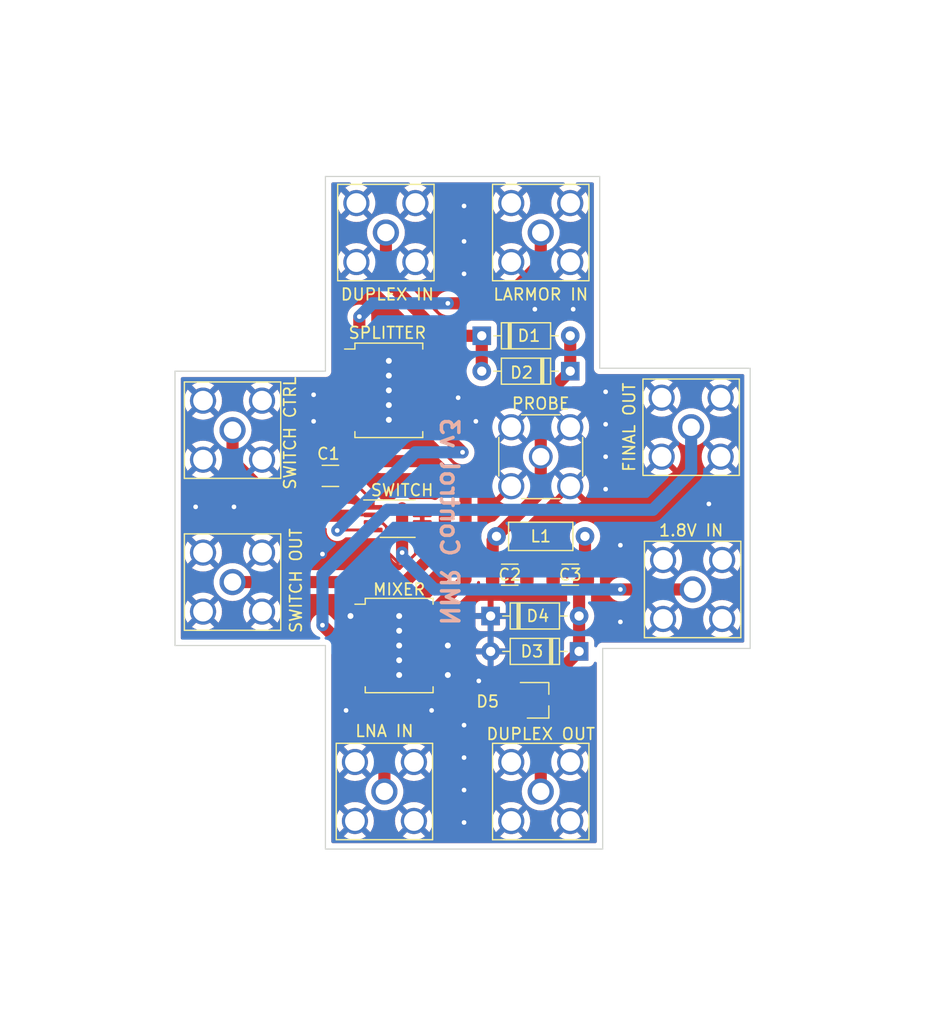
<source format=kicad_pcb>
(kicad_pcb (version 20211014) (generator pcbnew)
  (layers (0 "F.Cu" signal) (31 "B.Cu" signal) (34 "B.Paste" user) (35 "F.Paste" user) (36 "B.SilkS" user "B.Silkscreen") (37 "F.SilkS" user "F.Silkscreen") (38 "B.Mask" user) (39 "F.Mask" user) (44 "Edge.Cuts" user))
  (net 0 "")
  (net 1 "GND")
  (net 2 "Net-(C1-Pad2)")
  (net 3 "Net-(C2-Pad1)")
  (net 4 "Net-(C3-Pad1)")
  (net 5 "Net-(D1-Pad1)")
  (net 6 "Net-(J1-Pad1)")
  (net 7 "Net-(J2-Pad1)")
  (net 8 "Net-(J3-Pad1)")
  (net 9 "Net-(J4-Pad1)")
  (net 10 "Net-(J5-Pad1)")
  (net 12 "Net-(U1-Pad3)")
  (net 13 "Net-(U1-Pad4)")
  (footprint "Diode_THT:D_DO-35_SOD27_P7.62mm_Horizontal" (layer "F.Cu") (at 113.538 120.904)
    (fp_text reference "D4" (at 4.064 0) (layer "F.SilkS"))
    (fp_text value "1N4148")
    (fp_line (start 5.93 -1.12) (end 1.69 -1.12) (layer "F.SilkS") (width 0.12))
    (fp_line (start 2.41 -1.12) (end 2.41 1.12) (layer "F.SilkS") (width 0.12))
    (fp_line (start 1.04 0) (end 1.69 0) (layer "F.SilkS") (width 0.12))
    (fp_line (start 2.53 -1.12) (end 2.53 1.12) (layer "F.SilkS") (width 0.12))
    (fp_line (start 5.93 1.12) (end 5.93 -1.12) (layer "F.SilkS") (width 0.12))
    (fp_line (start 1.69 1.12) (end 5.93 1.12) (layer "F.SilkS") (width 0.12))
    (fp_line (start 6.58 0) (end 5.93 0) (layer "F.SilkS") (width 0.12))
    (fp_line (start 2.29 -1.12) (end 2.29 1.12) (layer "F.SilkS") (width 0.12))
    (fp_line (start 1.69 -1.12) (end 1.69 1.12) (layer "F.SilkS") (width 0.12))
    (pad "1" thru_hole rect (at 0 0) (size 1.6 1.6) (drill 0.8) (layers *.Cu *.Mask) (net 1 "GND"))
    (pad "2" thru_hole oval (at 7.62 0) (size 1.6 1.6) (drill 0.8) (layers *.Cu *.Mask) (net 4 "Net-(C3-Pad1)"))
  )
  (footprint "Connector_Coaxial:SMA_Amphenol_132203-12_Horizontal" (layer "F.Cu") (at 117.856 87.887)
    (fp_text reference "LARMOR IN" (at 0 5.331 180) (layer "F.SilkS"))
    (fp_text value "Conn_Coaxial")
    (fp_line (start -4.15 -4.15) (end -4.15 4.15) (layer "F.SilkS") (width 0.12))
    (fp_line (start 4.15 -4.15) (end 4.15 4.15) (layer "F.SilkS") (width 0.12))
    (fp_line (start -4.15 4.15) (end 4.15 4.15) (layer "F.SilkS") (width 0.12))
    (fp_line (start -4.15 -4.15) (end 4.15 -4.15) (layer "F.SilkS") (width 0.12))
    (pad "1" thru_hole circle (at 0 0) (size 2.25 2.25) (drill 1.5) (layers *.Cu *.Mask) (net 6 "Net-(J1-Pad1)"))
    (pad "2" thru_hole circle (at 2.54 2.54 90) (size 2.25 2.25) (drill 1.7) (layers *.Cu *.Mask) (net 1 "GND"))
    (pad "2" thru_hole circle (at 2.54 -2.54) (size 2.25 2.25) (drill 1.7) (layers *.Cu *.Mask) (net 1 "GND"))
    (pad "2" thru_hole circle (at -2.54 2.54) (size 2.25 2.25) (drill 1.7) (layers *.Cu *.Mask) (net 1 "GND"))
    (pad "2" thru_hole circle (at -2.54 -2.54) (size 2.25 2.25) (drill 1.7) (layers *.Cu *.Mask) (net 1 "GND"))
  )
  (footprint "RF_Mini-Circuits:Mini-Circuits_CD636_LandPatternPL-035" (layer "F.Cu") (at 104.775 101.473)
    (fp_text reference "SPLITTER" (at -0.127 -4.953) (layer "F.SilkS"))
    (fp_text value "ADP-2-1W")
    (fp_line (start -2.921 4.064) (end 2.921 4.064) (layer "F.SilkS") (width 0.12))
    (fp_line (start -2.921 -4.064) (end -2.921 -3.556) (layer "F.SilkS") (width 0.12))
    (fp_line (start 2.921 -3.556) (end 2.921 -4.064) (layer "F.SilkS") (width 0.12))
    (fp_line (start -2.921 -3.556) (end -3.81 -3.556) (layer "F.SilkS") (width 0.12))
    (fp_line (start -2.921 3.556) (end -2.921 4.064) (layer "F.SilkS") (width 0.12))
    (fp_line (start 2.921 -4.064) (end -2.921 -4.064) (layer "F.SilkS") (width 0.12))
    (fp_line (start 2.921 4.064) (end 2.921 3.556) (layer "F.SilkS") (width 0.12))
    (pad "1" smd rect (at -2.54 -2.54 270) (size 1.651 2.54) (layers "F.Cu" "F.Paste" "F.Mask") (net 6 "Net-(J1-Pad1)") (clearance 0.635))
    (pad "2" smd rect (at -2.54 0 270) (size 1.651 2.54) (layers "F.Cu" "F.Paste" "F.Mask") (clearance 0.635))
    (pad "3" smd rect (at -2.54 2.54 270) (size 1.651 2.54) (layers "F.Cu" "F.Paste" "F.Mask") (net 12 "Net-(U1-Pad3)") (clearance 0.635))
    (pad "4" smd rect (at 2.54 2.54 270) (size 1.651 2.54) (layers "F.Cu" "F.Paste" "F.Mask") (net 13 "Net-(U1-Pad4)") (clearance 0.635))
    (pad "5" smd rect (at 2.54 0 270) (size 1.651 2.54) (layers "F.Cu" "F.Paste" "F.Mask") (clearance 0.635))
    (pad "6" thru_hole circle (at 0 -2.54 270) (size 1.016 1.016) (drill 0.508) (layers *.Cu) (net 1 "GND"))
    (pad "6" thru_hole circle (at 0 0 270) (size 1.016 1.016) (drill 0.508) (layers *.Cu) (net 1 "GND"))
    (pad "6" thru_hole circle (at 0 -1.27 270) (size 1.016 1.016) (drill 0.508) (layers *.Cu) (net 1 "GND"))
    (pad "6" smd rect (at 0.9525 -2.54 270) (size 1.651 0.635) (layers "F.Cu") (net 1 "GND"))
    (pad "6" smd rect (at 0 0 270) (size 6.731 1.27) (layers "F.Cu") (net 1 "GND"))
    (pad "6" thru_hole circle (at 0 1.27 270) (size 1.016 1.016) (drill 0.508) (layers *.Cu) (net 1 "GND"))
    (pad "6" thru_hole circle (at 0 2.54 270) (size 1.016 1.016) (drill 0.508) (layers *.Cu) (net 1 "GND"))
    (pad "6" smd rect (at 2.54 -2.54 270) (size 1.651 2.54) (layers "F.Cu" "F.Paste" "F.Mask") (net 1 "GND"))
  )
  (footprint "Connector_Coaxial:SMA_Amphenol_132203-12_Horizontal" (layer "F.Cu") (at 104.521 87.887)
    (fp_text reference "DUPLEX IN" (at 0.127 5.331) (layer "F.SilkS"))
    (fp_text value "Conn_Coaxial")
    (fp_line (start -4.15 -4.15) (end -4.15 4.15) (layer "F.SilkS") (width 0.12))
    (fp_line (start -4.15 -4.15) (end 4.15 -4.15) (layer "F.SilkS") (width 0.12))
    (fp_line (start -4.15 4.15) (end 4.15 4.15) (layer "F.SilkS") (width 0.12))
    (fp_line (start 4.15 -4.15) (end 4.15 4.15) (layer "F.SilkS") (width 0.12))
    (pad "1" thru_hole circle (at 0 0) (size 2.25 2.25) (drill 1.5) (layers *.Cu *.Mask) (net 5 "Net-(D1-Pad1)"))
    (pad "2" thru_hole circle (at -2.54 2.54) (size 2.25 2.25) (drill 1.7) (layers *.Cu *.Mask) (net 1 "GND"))
    (pad "2" thru_hole circle (at -2.54 -2.54) (size 2.25 2.25) (drill 1.7) (layers *.Cu *.Mask) (net 1 "GND"))
    (pad "2" thru_hole circle (at 2.54 2.54 90) (size 2.25 2.25) (drill 1.7) (layers *.Cu *.Mask) (net 1 "GND"))
    (pad "2" thru_hole circle (at 2.54 -2.54) (size 2.25 2.25) (drill 1.7) (layers *.Cu *.Mask) (net 1 "GND"))
  )
  (footprint "Connector_Coaxial:SMA_Amphenol_132203-12_Horizontal" (layer "F.Cu") (at 130.934 118.618 -90)
    (fp_text reference "1.8V IN" (at -5.08 0.124 180) (layer "F.SilkS"))
    (fp_text value "Conn_Coaxial")
    (fp_line (start -4.15 4.15) (end 4.15 4.15) (layer "F.SilkS") (width 0.12))
    (fp_line (start -4.15 -4.15) (end -4.15 4.15) (layer "F.SilkS") (width 0.12))
    (fp_line (start -4.15 -4.15) (end 4.15 -4.15) (layer "F.SilkS") (width 0.12))
    (fp_line (start 4.15 -4.15) (end 4.15 4.15) (layer "F.SilkS") (width 0.12))
    (pad "1" thru_hole circle (at 0 0 270) (size 2.25 2.25) (drill 1.5) (layers *.Cu *.Mask) (net 2 "Net-(C1-Pad2)"))
    (pad "2" thru_hole circle (at 2.54 -2.54 270) (size 2.25 2.25) (drill 1.7) (layers *.Cu *.Mask) (net 1 "GND"))
    (pad "2" thru_hole circle (at -2.54 2.54 270) (size 2.25 2.25) (drill 1.7) (layers *.Cu *.Mask) (net 1 "GND"))
    (pad "2" thru_hole circle (at -2.54 -2.54 270) (size 2.25 2.25) (drill 1.7) (layers *.Cu *.Mask) (net 1 "GND"))
    (pad "2" thru_hole circle (at 2.54 2.54) (size 2.25 2.25) (drill 1.7) (layers *.Cu *.Mask) (net 1 "GND"))
  )
  (footprint "Diode_THT:D_DO-35_SOD27_P7.62mm_Horizontal" (layer "F.Cu") (at 121.158 123.952 180)
    (fp_text reference "D3" (at 4.064 0) (layer "F.SilkS"))
    (fp_text value "1N4148")
    (fp_line (start 2.29 -1.12) (end 2.29 1.12) (layer "F.SilkS") (width 0.12))
    (fp_line (start 6.58 0) (end 5.93 0) (layer "F.SilkS") (width 0.12))
    (fp_line (start 1.69 -1.12) (end 1.69 1.12) (layer "F.SilkS") (width 0.12))
    (fp_line (start 5.93 1.12) (end 5.93 -1.12) (layer "F.SilkS") (width 0.12))
    (fp_line (start 2.53 -1.12) (end 2.53 1.12) (layer "F.SilkS") (width 0.12))
    (fp_line (start 2.41 -1.12) (end 2.41 1.12) (layer "F.SilkS") (width 0.12))
    (fp_line (start 1.69 1.12) (end 5.93 1.12) (layer "F.SilkS") (width 0.12))
    (fp_line (start 1.04 0) (end 1.69 0) (layer "F.SilkS") (width 0.12))
    (fp_line (start 5.93 -1.12) (end 1.69 -1.12) (layer "F.SilkS") (width 0.12))
    (pad "1" thru_hole rect (at 0 0 180) (size 1.6 1.6) (drill 0.8) (layers *.Cu *.Mask) (net 4 "Net-(C3-Pad1)"))
    (pad "2" thru_hole oval (at 7.62 0 180) (size 1.6 1.6) (drill 0.8) (layers *.Cu *.Mask) (net 1 "GND"))
  )
  (footprint "Capacitor_SMD:C_1206_3216Metric" (layer "F.Cu") (at 99.744 108.839)
    (fp_text reference "C1" (at -0.176 -1.905 180) (layer "F.SilkS"))
    (fp_text value "0.1 uF")
    (fp_line (start -0.711252 0.91) (end 0.711252 0.91) (layer "F.SilkS") (width 0.12))
    (fp_line (start -0.711252 -0.91) (end 0.711252 -0.91) (layer "F.SilkS") (width 0.12))
    (pad "1" smd roundrect (at -1.475 0) (size 1.15 1.8) (layers "F.Cu" "F.Paste" "F.Mask") (roundrect_rratio 0.2173913043) (net 1 "GND"))
    (pad "2" smd roundrect (at 1.475 0) (size 1.15 1.8) (layers "F.Cu" "F.Paste" "F.Mask") (roundrect_rratio 0.2173913043) (net 2 "Net-(C1-Pad2)"))
  )
  (footprint "Inductor_THT:L_Axial_L5.3mm_D2.2mm_P7.62mm_Horizontal_Vishay_IM-1" (layer "F.Cu") (at 114.046 114.046)
    (fp_text reference "L1" (at 3.81 0) (layer "F.SilkS"))
    (fp_text value "INDUCTOR")
    (fp_line (start 6.58 1.22) (end 6.58 -1.22) (layer "F.SilkS") (width 0.12))
    (fp_line (start 1.04 1.22) (end 6.58 1.22) (layer "F.SilkS") (width 0.12))
    (fp_line (start 1.04 -1.22) (end 1.04 1.22) (layer "F.SilkS") (width 0.12))
    (fp_line (start 6.58 -1.22) (end 1.04 -1.22) (layer "F.SilkS") (width 0.12))
    (pad "1" thru_hole circle (at 0 0) (size 1.6 1.6) (drill 0.8) (layers *.Cu *.Mask) (net 3 "Net-(C2-Pad1)"))
    (pad "2" thru_hole oval (at 7.62 0) (size 1.6 1.6) (drill 0.8) (layers *.Cu *.Mask) (net 4 "Net-(C3-Pad1)"))
  )
  (footprint "Diode_THT:D_DO-35_SOD27_P7.62mm_Horizontal" (layer "F.Cu") (at 112.776 96.774)
    (fp_text reference "D1" (at 4.064 0) (layer "F.SilkS"))
    (fp_text value "1N4148")
    (fp_line (start 1.69 -1.12) (end 1.69 1.12) (layer "F.SilkS") (width 0.12))
    (fp_line (start 2.41 -1.12) (end 2.41 1.12) (layer "F.SilkS") (width 0.12))
    (fp_line (start 6.58 0) (end 5.93 0) (layer "F.SilkS") (width 0.12))
    (fp_line (start 5.93 -1.12) (end 1.69 -1.12) (layer "F.SilkS") (width 0.12))
    (fp_line (start 1.04 0) (end 1.69 0) (layer "F.SilkS") (width 0.12))
    (fp_line (start 1.69 1.12) (end 5.93 1.12) (layer "F.SilkS") (width 0.12))
    (fp_line (start 2.53 -1.12) (end 2.53 1.12) (layer "F.SilkS") (width 0.12))
    (fp_line (start 5.93 1.12) (end 5.93 -1.12) (layer "F.SilkS") (width 0.12))
    (fp_line (start 2.29 -1.12) (end 2.29 1.12) (layer "F.SilkS") (width 0.12))
    (pad "1" thru_hole rect (at 0 0) (size 1.6 1.6) (drill 0.8) (layers *.Cu *.Mask) (net 5 "Net-(D1-Pad1)"))
    (pad "2" thru_hole oval (at 7.62 0) (size 1.6 1.6) (drill 0.8) (layers *.Cu *.Mask) (net 3 "Net-(C2-Pad1)"))
  )
  (footprint "Connector_Coaxial:SMA_Amphenol_132203-12_Horizontal" (layer "F.Cu") (at 91.316 104.902 90)
    (fp_text reference "SWITCH CTRL" (at -0.254 4.95 90) (layer "F.SilkS"))
    (fp_text value "Conn_Coaxial")
    (fp_line (start 4.15 -4.15) (end 4.15 4.15) (layer "F.SilkS") (width 0.12))
    (fp_line (start -4.15 -4.15) (end 4.15 -4.15) (layer "F.SilkS") (width 0.12))
    (fp_line (start -4.15 -4.15) (end -4.15 4.15) (layer "F.SilkS") (width 0.12))
    (fp_line (start -4.15 4.15) (end 4.15 4.15) (layer "F.SilkS") (width 0.12))
    (pad "1" thru_hole circle (at 0 0 90) (size 2.25 2.25) (drill 1.5) (layers *.Cu *.Mask) (net 7 "Net-(J2-Pad1)"))
    (pad "2" thru_hole circle (at 2.54 2.54 180) (size 2.25 2.25) (drill 1.7) (layers *.Cu *.Mask) (net 1 "GND"))
    (pad "2" thru_hole circle (at 2.54 -2.54 90) (size 2.25 2.25) (drill 1.7) (layers *.Cu *.Mask) (net 1 "GND"))
    (pad "2" thru_hole circle (at -2.54 -2.54 90) (size 2.25 2.25) (drill 1.7) (layers *.Cu *.Mask) (net 1 "GND"))
    (pad "2" thru_hole circle (at -2.54 2.54 90) (size 2.25 2.25) (drill 1.7) (layers *.Cu *.Mask) (net 1 "GND"))
  )
  (footprint "Diode_THT:D_DO-35_SOD27_P7.62mm_Horizontal" (layer "F.Cu") (at 120.396 99.822 180)
    (fp_text reference "D2" (at 4.191 -0.127) (layer "F.SilkS"))
    (fp_text value "1N4148")
    (fp_line (start 1.69 -1.12) (end 1.69 1.12) (layer "F.SilkS") (width 0.12))
    (fp_line (start 6.58 0) (end 5.93 0) (layer "F.SilkS") (width 0.12))
    (fp_line (start 2.41 -1.12) (end 2.41 1.12) (layer "F.SilkS") (width 0.12))
    (fp_line (start 5.93 -1.12) (end 1.69 -1.12) (layer "F.SilkS") (width 0.12))
    (fp_line (start 1.04 0) (end 1.69 0) (layer "F.SilkS") (width 0.12))
    (fp_line (start 5.93 1.12) (end 5.93 -1.12) (layer "F.SilkS") (width 0.12))
    (fp_line (start 1.69 1.12) (end 5.93 1.12) (layer "F.SilkS") (width 0.12))
    (fp_line (start 2.53 -1.12) (end 2.53 1.12) (layer "F.SilkS") (width 0.12))
    (fp_line (start 2.29 -1.12) (end 2.29 1.12) (layer "F.SilkS") (width 0.12))
    (pad "1" thru_hole rect (at 0 0 180) (size 1.6 1.6) (drill 0.8) (layers *.Cu *.Mask) (net 3 "Net-(C2-Pad1)"))
    (pad "2" thru_hole oval (at 7.62 0 180) (size 1.6 1.6) (drill 0.8) (layers *.Cu *.Mask) (net 5 "Net-(D1-Pad1)"))
  )
  (footprint "RF_Mini-Circuits:Mini-Circuits_CD542_LandPatternPL-052" (layer "F.Cu") (at 105.664 123.444)
    (fp_text reference "MIXER" (at 0 -4.826) (layer "F.SilkS"))
    (fp_text value "ADE-6")
    (fp_line (start -2.921 -4.064) (end -2.921 -3.556) (layer "F.SilkS") (width 0.12))
    (fp_line (start 2.921 -4.064) (end -2.921 -4.064) (layer "F.SilkS") (width 0.12))
    (fp_line (start -2.921 3.556) (end -2.921 4.064) (layer "F.SilkS") (width 0.12))
    (fp_line (start -2.921 4.064) (end 2.921 4.064) (layer "F.SilkS") (width 0.12))
    (fp_line (start -2.921 -3.556) (end -3.81 -3.556) (layer "F.SilkS") (width 0.12))
    (fp_line (start 2.921 4.064) (end 2.921 3.556) (layer "F.SilkS") (width 0.12))
    (fp_line (start 2.921 -3.556) (end 2.921 -4.064) (layer "F.SilkS") (width 0.12))
    (pad "1" smd rect (at 0 0) (size 1.27 6.731) (layers "F.Cu") (net 1 "GND"))
    (pad "1" thru_hole circle (at 0 2.54) (size 1.016 1.016) (drill 0.508) (layers *.Cu) (net 1 "GND"))
    (pad "1" thru_hole circle (at 0 1.27) (size 1.016 1.016) (drill 0.508) (layers *.Cu) (net 1 "GND"))
    (pad "1" thru_hole circle (at -4.191 -2.54) (size 1.016 1.016) (drill 0.508) (layers *.Cu) (net 1 "GND"))
    (pad "1" thru_hole circle (at 0 -2.54) (size 1.016 1.016) (drill 0.508) (layers *.Cu) (net 1 "GND"))
    (pad "1" smd rect (at -2.032 -2.54) (size 5.334 1.651) (layers "F.Cu") (net 1 "GND"))
    (pad "1" thru_hole circle (at 0 -1.27) (size 1.016 1.016) (drill 0.508) (layers *.Cu) (net 1 "GND"))
    (pad "1" smd rect (at -2.54 -2.54) (size 2.54 1.651) (layers "F.Cu" "F.Paste" "F.Mask") (net 1 "GND"))
    (pad "1" thru_hole circle (at 0 0) (size 1.016 1.016) (drill 0.508) (layers *.Cu) (net 1 "GND"))
    (pad "2" smd rect (at -2.54 0) (size 2.54 1.651) (layers "F.Cu" "F.Paste" "F.Mask") (net 9 "Net-(J4-Pad1)") (clearance 0.635))
    (pad "3" smd rect (at -2.54 2.54) (size 2.54 1.651) (layers "F.Cu" "F.Paste" "F.Mask") (net 8 "Net-(J3-Pad1)") (clearance 0.635))
    (pad "4" thru_hole circle (at 4.191 2.54) (size 1.016 1.016) (drill 0.508) (layers *.Cu) (net 1 "GND"))
    (pad "4" smd rect (at 2.54 2.54) (size 2.54 1.651) (layers "F.Cu" "F.Paste" "F.Mask") (net 1 "GND"))
    (pad "4" smd rect (at 2.032 1.27) (size 5.334 4.191) (layers "F.Cu") (net 1 "GND"))
    (pad "5" smd rect (at 2.54 0) (size 2.54 1.651) (layers "F.Cu" "F.Paste" "F.Mask") (net 1 "GND"))
    (pad "5" thru_hole circle (at 4.191 0) (size 1.016 1.016) (drill 0.508) (layers *.Cu) (net 1 "GND"))
    (pad "6" smd rect (at 2.54 -2.54) (size 2.54 1.651) (layers "F.Cu" "F.Paste" "F.Mask") (net 12 "Net-(U1-Pad3)") (clearance 0.635))
  )
  (footprint "Package_TO_SOT_SMD:TSOT-23_HandSoldering" (layer "F.Cu") (at 117.602 128.143)
    (fp_text reference "D5" (at -4.318 0.127) (layer "F.SilkS"))
    (fp_text value "D_Schottky_Dual_Series_AKC")
    (fp_line (start 0.95 -1.5) (end 0.95 -0.5) (layer "F.SilkS") (width 0.12))
    (fp_line (start 0.95 0.5) (end 0.95 1.55) (layer "F.SilkS") (width 0.12))
    (fp_line (start 0.93 -1.51) (end -1.5 -1.51) (layer "F.SilkS") (width 0.12))
    (fp_line (start 0.95 1.55) (end -0.9 1.55) (layer "F.SilkS") (width 0.12))
    (pad "1" smd rect (at -1.71 -0.95) (size 2 0.65) (layers "F.Cu" "F.Paste" "F.Mask") (net 1 "GND"))
    (pad "2" smd rect (at -1.71 0.95) (size 2 0.65) (layers "F.Cu" "F.Paste" "F.Mask") (net 1 "GND"))
    (pad "3" smd rect (at 1.71 0) (size 2 0.65) (layers "F.Cu" "F.Paste" "F.Mask") (net 4 "Net-(C3-Pad1)"))
  )
  (footprint "Connector_Coaxial:SMA_Amphenol_132203-12_Horizontal" (layer "F.Cu") (at 130.807 104.648 -90)
    (fp_text reference "FINAL OUT" (at 0 5.331 90) (layer "F.SilkS"))
    (fp_text value "Conn_Coaxial")
    (fp_line (start -4.15 -4.15) (end -4.15 4.15) (layer "F.SilkS") (width 0.12))
    (fp_line (start -4.15 -4.15) (end 4.15 -4.15) (layer "F.SilkS") (width 0.12))
    (fp_line (start -4.15 4.15) (end 4.15 4.15) (layer "F.SilkS") (width 0.12))
    (fp_line (start 4.15 -4.15) (end 4.15 4.15) (layer "F.SilkS") (width 0.12))
    (pad "1" thru_hole circle (at 0 0 270) (size 2.25 2.25) (drill 1.5) (layers *.Cu *.Mask) (net 9 "Net-(J4-Pad1)"))
    (pad "2" thru_hole circle (at -2.54 -2.54 270) (size 2.25 2.25) (drill 1.7) (layers *.Cu *.Mask) (net 1 "GND"))
    (pad "2" thru_hole circle (at 2.54 -2.54 270) (size 2.25 2.25) (drill 1.7) (layers *.Cu *.Mask) (net 1 "GND"))
    (pad "2" thru_hole circle (at 2.54 2.54) (size 2.25 2.25) (drill 1.7) (layers *.Cu *.Mask) (net 1 "GND"))
    (pad "2" thru_hole circle (at -2.54 2.54 270) (size 2.25 2.25) (drill 1.7) (layers *.Cu *.Mask) (net 1 "GND"))
  )
  (footprint "Capacitor_SMD:C_1206_3216Metric" (layer "F.Cu") (at 115.189 117.348)
    (fp_text reference "C2" (at 0 0) (layer "F.SilkS"))
    (fp_text value "C")
    (fp_line (start -0.711252 -0.91) (end 0.711252 -0.91) (layer "F.SilkS") (width 0.12))
    (fp_line (start -0.711252 0.91) (end 0.711252 0.91) (layer "F.SilkS") (width 0.12))
    (pad "1" smd roundrect (at -1.475 0) (size 1.15 1.8) (layers "F.Cu" "F.Paste" "F.Mask") (roundrect_rratio 0.2173913043) (net 3 "Net-(C2-Pad1)"))
    (pad "2" smd roundrect (at 1.475 0) (size 1.15 1.8) (layers "F.Cu" "F.Paste" "F.Mask") (roundrect_rratio 0.2173913043) (net 1 "GND"))
  )
  (footprint "Capacitor_SMD:C_1206_3216Metric" (layer "F.Cu") (at 120.396 117.348 180)
    (fp_text reference "C3" (at 0 0) (layer "F.SilkS"))
    (fp_text value "C")
    (fp_line (start -0.711252 -0.91) (end 0.711252 -0.91) (layer "F.SilkS") (width 0.12))
    (fp_line (start -0.711252 0.91) (end 0.711252 0.91) (layer "F.SilkS") (width 0.12))
    (pad "1" smd roundrect (at -1.475 0 180) (size 1.15 1.8) (layers "F.Cu" "F.Paste" "F.Mask") (roundrect_rratio 0.2173913043) (net 4 "Net-(C3-Pad1)"))
    (pad "2" smd roundrect (at 1.475 0 180) (size 1.15 1.8) (layers "F.Cu" "F.Paste" "F.Mask") (roundrect_rratio 0.2173913043) (net 1 "GND"))
  )
  (footprint "Package_SO:MSOP-8_3x3mm_P0.65mm" (layer "F.Cu") (at 105.537 112.522)
    (fp_text reference "SWITCH" (at 0.381 -2.45) (layer "F.SilkS"))
    (fp_text value "ADG901BRMZ")
    (fp_line (start 0 1.61) (end -1.5 1.61) (layer "F.SilkS") (width 0.12))
    (fp_line (start 0 -1.61) (end 1.5 -1.61) (layer "F.SilkS") (width 0.12))
    (fp_line (start 0 1.61) (end 1.5 1.61) (layer "F.SilkS") (width 0.12))
    (fp_line (start 0 -1.61) (end -2.925 -1.61) (layer "F.SilkS") (width 0.12))
    (pad "1" smd roundrect (at -2.1125 -0.975) (size 1.625 0.4) (layers "F.Cu" "F.Paste" "F.Mask") (net 2 "Net-(C1-Pad2)"))
    (pad "2" smd roundrect (at -2.1125 -0.325) (size 1.625 0.4) (layers "F.Cu" "F.Paste" "F.Mask") (net 7 "Net-(J2-Pad1)"))
    (pad "3" smd roundrect (at -2.1125 0.325) (size 1.625 0.4) (layers "F.Cu" "F.Paste" "F.Mask") (net 1 "GND"))
    (pad "4" smd roundrect (at -2.1125 0.975) (size 1.625 0.4) (layers "F.Cu" "F.Paste" "F.Mask") (net 13 "Net-(U1-Pad4)"))
    (pad "5" smd roundrect (at 2.1125 0.975) (size 1.625 0.4) (layers "F.Cu" "F.Paste" "F.Mask") (net 1 "GND"))
    (pad "6" smd roundrect (at 2.1125 0.325) (size 1.625 0.4) (layers "F.Cu" "F.Paste" "F.Mask") (net 1 "GND"))
    (pad "7" smd roundrect (at 2.1125 -0.325) (size 1.625 0.4) (layers "F.Cu" "F.Paste" "F.Mask") (net 1 "GND"))
    (pad "8" smd roundrect (at 2.1125 -0.975) (size 1.625 0.4) (layers "F.Cu" "F.Paste" "F.Mask") (net 10 "Net-(J5-Pad1)"))
  )
  (footprint "Connector_Coaxial:SMA_Amphenol_132291-12_Vertical" (layer "F.Cu") (at 117.856 107.188)
    (fp_text reference "PROBE" (at 0 -4.572) (layer "F.SilkS"))
    (fp_text value "Conn_Coaxial")
    (fp_line (start 1.66 -3.61) (end -1.66 -3.61) (layer "F.SilkS") (width 0.12))
    (fp_line (start -3.61 -1.66) (end -3.61 1.66) (layer "F.SilkS") (width 0.12))
    (fp_line (start 1.66 3.61) (end -1.66 3.61) (layer "F.SilkS") (width 0.12))
    (fp_line (start 3.61 -1.66) (end 3.61 1.66) (layer "F.SilkS") (width 0.12))
    (pad "1" thru_hole circle (at 0 0) (size 2.05 2.05) (drill 1.5) (layers *.Cu *.Mask) (net 3 "Net-(C2-Pad1)"))
    (pad "2" thru_hole circle (at 2.54 -2.54) (size 2.25 2.25) (drill 1.7) (layers *.Cu *.Mask) (net 1 "GND"))
    (pad "2" thru_hole circle (at -2.54 2.54) (size 2.25 2.25) (drill 1.7) (layers *.Cu *.Mask) (net 1 "GND"))
    (pad "2" thru_hole circle (at 2.54 2.54) (size 2.25 2.25) (drill 1.7) (layers *.Cu *.Mask) (net 1 "GND"))
    (pad "2" thru_hole circle (at -2.54 -2.54) (size 2.25 2.25) (drill 1.7) (layers *.Cu *.Mask) (net 1 "GND"))
  )
  (footprint "Connector_Coaxial:SMA_Amphenol_132203-12_Horizontal" (layer "F.Cu") (at 104.394 136.014 180)
    (fp_text reference "LNA IN" (at 0 5.204 180) (layer "F.SilkS"))
    (fp_text value "Conn_Coaxial")
    (fp_line (start -4.15 -4.15) (end -4.15 4.15) (layer "F.SilkS") (width 0.12))
    (fp_line (start 4.15 -4.15) (end 4.15 4.15) (layer "F.SilkS") (width 0.12))
    (fp_line (start -4.15 -4.15) (end 4.15 -4.15) (layer "F.SilkS") (width 0.12))
    (fp_line (start -4.15 4.15) (end 4.15 4.15) (layer "F.SilkS") (width 0.12))
    (pad "1" thru_hole circle (at 0 0 180) (size 2.25 2.25) (drill 1.5) (layers *.Cu *.Mask) (net 8 "Net-(J3-Pad1)"))
    (pad "2" thru_hole circle (at -2.54 -2.54 180) (size 2.25 2.25) (drill 1.7) (layers *.Cu *.Mask) (net 1 "GND"))
    (pad "2" thru_hole circle (at -2.54 2.54 180) (size 2.25 2.25) (drill 1.7) (layers *.Cu *.Mask) (net 1 "GND"))
    (pad "2" thru_hole circle (at 2.54 -2.54 180) (size 2.25 2.25) (drill 1.7) (layers *.Cu *.Mask) (net 1 "GND"))
    (pad "2" thru_hole circle (at 2.54 2.54 270) (size 2.25 2.25) (drill 1.7) (layers *.Cu *.Mask) (net 1 "GND"))
  )
  (footprint "Connector_Coaxial:SMA_Amphenol_132203-12_Horizontal" (layer "F.Cu") (at 91.316 117.983 90)
    (fp_text reference "SWITCH OUT" (at 0.127 5.458 270) (layer "F.SilkS"))
    (fp_text value "Conn_Coaxial")
    (fp_line (start -4.15 -4.15) (end 4.15 -4.15) (layer "F.SilkS") (width 0.12))
    (fp_line (start 4.15 -4.15) (end 4.15 4.15) (layer "F.SilkS") (width 0.12))
    (fp_line (start -4.15 4.15) (end 4.15 4.15) (layer "F.SilkS") (width 0.12))
    (fp_line (start -4.15 -4.15) (end -4.15 4.15) (layer "F.SilkS") (width 0.12))
    (pad "1" thru_hole circle (at 0 0 90) (size 2.25 2.25) (drill 1.5) (layers *.Cu *.Mask) (net 10 "Net-(J5-Pad1)"))
    (pad "2" thru_hole circle (at 2.54 -2.54 90) (size 2.25 2.25) (drill 1.7) (layers *.Cu *.Mask) (net 1 "GND"))
    (pad "2" thru_hole circle (at -2.54 2.54 90) (size 2.25 2.25) (drill 1.7) (layers *.Cu *.Mask) (net 1 "GND"))
    (pad "2" thru_hole circle (at -2.54 -2.54 90) (size 2.25 2.25) (drill 1.7) (layers *.Cu *.Mask) (net 1 "GND"))
    (pad "2" thru_hole circle (at 2.54 2.54 180) (size 2.25 2.25) (drill 1.7) (layers *.Cu *.Mask) (net 1 "GND"))
  )
  (footprint "Connector_Coaxial:SMA_Amphenol_132203-12_Horizontal" (layer "F.Cu") (at 117.856 136.017 180)
    (fp_text reference "DUPLEX OUT" (at 0 4.953 180) (layer "F.SilkS"))
    (fp_text value "Conn_Coaxial")
    (fp_line (start -4.15 -4.15) (end -4.15 4.15) (layer "F.SilkS") (width 0.12))
    (fp_line (start -4.15 -4.15) (end 4.15 -4.15) (layer "F.SilkS") (width 0.12))
    (fp_line (start 4.15 -4.15) (end 4.15 4.15) (layer "F.SilkS") (width 0.12))
    (fp_line (start -4.15 4.15) (end 4.15 4.15) (layer "F.SilkS") (width 0.12))
    (pad "1" thru_hole circle (at 0 0 180) (size 2.25 2.25) (drill 1.5) (layers *.Cu *.Mask) (net 4 "Net-(C3-Pad1)"))
    (pad "2" thru_hole circle (at 2.54 -2.54 180) (size 2.25 2.25) (drill 1.7) (layers *.Cu *.Mask) (net 1 "GND"))
    (pad "2" thru_hole circle (at -2.54 2.54 180) (size 2.25 2.25) (drill 1.7) (layers *.Cu *.Mask) (net 1 "GND"))
    (pad "2" thru_hole circle (at 2.54 2.54 270) (size 2.25 2.25) (drill 1.7) (layers *.Cu *.Mask) (net 1 "GND"))
    (pad "2" thru_hole circle (at -2.54 -2.54 180) (size 2.25 2.25) (drill 1.7) (layers *.Cu *.Mask) (net 1 "GND"))
  )
  (gr_line (start 86.36 99.822) (end 99.314 99.822) (layer "Edge.Cuts") (width 0.1))
  (gr_line (start 86.36 123.444) (end 86.36 99.822) (layer "Edge.Cuts") (width 0.1))
  (gr_line (start 135.89 123.698) (end 123.19 123.698) (layer "Edge.Cuts") (width 0.1))
  (gr_line (start 99.314 123.444) (end 86.36 123.444) (layer "Edge.Cuts") (width 0.1))
  (gr_line (start 99.314 99.822) (end 99.314 83.058) (layer "Edge.Cuts") (width 0.1))
  (gr_line (start 99.314 140.97) (end 99.314 123.444) (layer "Edge.Cuts") (width 0.1))
  (gr_line (start 122.936 83.058) (end 122.936 99.568) (layer "Edge.Cuts") (width 0.1))
  (gr_line (start 122.936 99.568) (end 135.89 99.568) (layer "Edge.Cuts") (width 0.1))
  (gr_line (start 99.314 83.058) (end 122.936 83.058) (layer "Edge.Cuts") (width 0.1))
  (gr_line (start 135.89 99.568) (end 135.89 123.698) (layer "Edge.Cuts") (width 0.1))
  (gr_line (start 123.19 123.698) (end 123.19 140.97) (layer "Edge.Cuts") (width 0.1))
  (gr_line (start 123.19 140.97) (end 99.314 140.97) (layer "Edge.Cuts") (width 0.1))
  (gr_text "NMR Control v3" (at 109.982 112.776 270) (layer "B.SilkS") (effects (font (size 1.5 1.5) (thickness 0.3)) (justify mirror)))
  (segment (start 106.34148 116.28952) (end 107.6495 114.9815) (width 0.25) (layer "F.Cu") (net 1))
  (segment (start 104.56152 115.28368) (end 105.56736 116.28952) (width 0.25) (layer "F.Cu") (net 1))
  (segment (start 103.4245 112.847) (end 104.187361 112.847) (width 0.25) (layer "F.Cu") (net 1))
  (segment (start 104.56152 113.221159) (end 104.56152 115.28368) (width 0.25) (layer "F.Cu") (net 1))
  (segment (start 104.187361 112.847) (end 104.56152 113.221159) (width 0.25) (layer "F.Cu") (net 1))
  (segment (start 107.6495 112.847) (end 107.6495 112.197) (width 0.25) (layer "F.Cu") (net 1))
  (segment (start 105.56736 116.28952) (end 106.34148 116.28952) (width 0.25) (layer "F.Cu") (net 1))
  (segment (start 107.6495 113.497) (end 107.6495 112.847) (width 0.25) (layer "F.Cu") (net 1))
  (segment (start 107.6495 114.9815) (end 107.6495 113.497) (width 0.25) (layer "F.Cu") (net 1))
  (via (at 132.334 111.252) (size 0.8) (drill 0.4) (layers "F.Cu" "B.Cu") (net 1))
  (via (at 110.744 102.108) (size 0.8) (drill 0.4) (layers "F.Cu" "B.Cu") (net 1))
  (via (at 120.65 94.488) (size 0.8) (drill 0.4) (layers "F.Cu" "B.Cu") (net 1))
  (via (at 123.444 101.6) (size 0.8) (drill 0.4) (layers "F.Cu" "B.Cu") (net 1))
  (via (at 111.252 135.89) (size 0.8) (drill 0.4) (layers "F.Cu" "B.Cu") (net 1))
  (via (at 88.138 111.506) (size 0.8) (drill 0.4) (layers "F.Cu" "B.Cu") (net 1))
  (via (at 108.458 129.032) (size 0.8) (drill 0.4) (layers "F.Cu" "B.Cu") (net 1))
  (via (at 124.714 121.412) (size 0.8) (drill 0.4) (layers "F.Cu" "B.Cu") (net 1))
  (via (at 111.252 133.096) (size 0.8) (drill 0.4) (layers "F.Cu" "B.Cu") (net 1))
  (via (at 112.522 126.492) (size 0.8) (drill 0.4) (layers "F.Cu" "B.Cu") (net 1))
  (via (at 123.444 109.982) (size 0.8) (drill 0.4) (layers "F.Cu" "B.Cu") (net 1))
  (via (at 111.252 88.646) (size 0.8) (drill 0.4) (layers "F.Cu" "B.Cu") (net 1))
  (via (at 101.092 129.032) (size 0.8) (drill 0.4) (layers "F.Cu" "B.Cu") (net 1))
  (via (at 98.298 104.14) (size 0.8) (drill 0.4) (layers "F.Cu" "B.Cu") (net 1))
  (via (at 111.252 85.598) (size 0.8) (drill 0.4) (layers "F.Cu" "B.Cu") (net 1))
  (via (at 98.298 101.854) (size 0.8) (drill 0.4) (layers "F.Cu" "B.Cu") (net 1))
  (via (at 117.348 94.488) (size 0.8) (drill 0.4) (layers "F.Cu" "B.Cu") (net 1))
  (via (at 111.252 138.684) (size 0.8) (drill 0.4) (layers "F.Cu" "B.Cu") (net 1))
  (via (at 123.444 104.394) (size 0.8) (drill 0.4) (layers "F.Cu" "B.Cu") (net 1))
  (via (at 123.444 107.188) (size 0.8) (drill 0.4) (layers "F.Cu" "B.Cu") (net 1))
  (via (at 111.252 91.44) (size 0.8) (drill 0.4) (layers "F.Cu" "B.Cu") (net 1))
  (via (at 99.06 115.57) (size 0.8) (drill 0.4) (layers "F.Cu" "B.Cu") (net 1))
  (via (at 112.268 104.14) (size 0.8) (drill 0.4) (layers "F.Cu" "B.Cu") (net 1))
  (via (at 91.44 111.506) (size 0.8) (drill 0.4) (layers "F.Cu" "B.Cu") (net 1))
  (via (at 124.714 114.808) (size 0.8) (drill 0.4) (layers "F.Cu" "B.Cu") (net 1))
  (via (at 111.252 130.302) (size 0.8) (drill 0.4) (layers "F.Cu" "B.Cu") (net 1))
  (segment (start 103.4245 111.547) (end 105.451 111.547) (width 0.25) (layer "F.Cu") (net 2))
  (segment (start 103.4245 111.0445) (end 101.219 108.839) (width 0.25) (layer "F.Cu") (net 2))
  (segment (start 103.4245 111.547) (end 103.4245 111.0445) (width 0.25) (layer "F.Cu") (net 2))
  (segment (start 105.918 115.443) (end 105.918 111.633) (width 1.044) (layer "F.Cu") (net 2))
  (segment (start 105.451 111.547) (end 105.537 111.633) (width 0.25) (layer "F.Cu") (net 2))
  (segment (start 130.934 118.618) (end 124.714 118.618) (width 1.044) (layer "F.Cu") (net 2))
  (via (at 105.918 115.443) (size 0.8) (drill 0.4) (layers "F.Cu" "B.Cu") (net 2))
  (via (at 124.714 118.618) (size 0.8) (drill 0.4) (layers "F.Cu" "B.Cu") (net 2))
  (segment (start 105.918 115.443) (end 105.918 115.824) (width 1.044) (layer "B.Cu") (net 2))
  (segment (start 124.714 118.618) (end 108.712 118.618) (width 1.044) (layer "B.Cu") (net 2))
  (segment (start 105.918 115.824) (end 108.712 118.618) (width 1.044) (layer "B.Cu") (net 2))
  (segment (start 113.714 114.378) (end 114.046 114.046) (width 1.044) (layer "F.Cu") (net 3))
  (segment (start 117.856 107.188) (end 117.856 102.362) (width 1.044) (layer "F.Cu") (net 3))
  (segment (start 113.714 117.348) (end 113.714 114.378) (width 1.044) (layer "F.Cu") (net 3))
  (segment (start 120.396 96.774) (end 120.396 99.822) (width 1.044) (layer "F.Cu") (net 3))
  (segment (start 117.856 102.362) (end 120.396 99.822) (width 1.044) (layer "F.Cu") (net 3))
  (segment (start 117.856 110.236) (end 117.856 107.188) (width 1.044) (layer "F.Cu") (net 3))
  (segment (start 114.046 114.046) (end 117.856 110.236) (width 1.044) (layer "F.Cu") (net 3))
  (segment (start 117.856 136.017) (end 117.856 129.599) (width 1.044) (layer "F.Cu") (net 4))
  (segment (start 121.666 117.143) (end 121.871 117.348) (width 1.044) (layer "F.Cu") (net 4))
  (segment (start 121.158 120.904) (end 121.158 118.061) (width 1.044) (layer "F.Cu") (net 4))
  (segment (start 117.856 129.599) (end 119.312 128.143) (width 1.044) (layer "F.Cu") (net 4))
  (segment (start 121.666 114.046) (end 121.666 117.143) (width 1.044) (layer "F.Cu") (net 4))
  (segment (start 119.312 125.798) (end 121.158 123.952) (width 1.044) (layer "F.Cu") (net 4))
  (segment (start 121.158 118.061) (end 121.871 117.348) (width 1.044) (layer "F.Cu") (net 4))
  (segment (start 119.312 128.143) (end 119.312 125.798) (width 1.044) (layer "F.Cu") (net 4))
  (segment (start 121.158 120.904) (end 121.158 123.952) (width 1.044) (layer "F.Cu") (net 4))
  (segment (start 112.776 96.774) (end 112.776 99.822) (width 1.044) (layer "F.Cu") (net 5))
  (segment (start 104.521 87.887) (end 104.521 91.948) (width 1.044) (layer "F.Cu") (net 5))
  (segment (start 104.521 91.948) (end 109.347 96.774) (width 1.044) (layer "F.Cu") (net 5))
  (segment (start 109.347 96.774) (end 112.776 96.774) (width 1.044) (layer "F.Cu") (net 5))
  (segment (start 117.856 90.498362) (end 114.374362 93.98) (width 1.044) (layer "F.Cu") (net 6))
  (segment (start 102.235 95.123) (end 102.235 98.933) (width 1.044) (layer "F.Cu") (net 6))
  (segment (start 117.856 87.887) (end 117.856 90.498362) (width 1.044) (layer "F.Cu") (net 6))
  (segment (start 114.374362 93.98) (end 109.855 93.98) (width 1.044) (layer "F.Cu") (net 6))
  (via (at 102.235 95.123) (size 0.8) (drill 0.4) (layers "F.Cu" "B.Cu") (net 6))
  (via (at 109.855 93.98) (size 0.8) (drill 0.4) (layers "F.Cu" "B.Cu") (net 6))
  (segment (start 103.378 93.98) (end 102.235 95.123) (width 1.044) (layer "B.Cu") (net 6))
  (segment (start 109.855 93.98) (end 103.378 93.98) (width 1.044) (layer "B.Cu") (net 6))
  (segment (start 91.316 107.513362) (end 96.070638 112.268) (width 1.044) (layer "F.Cu") (net 7))
  (segment (start 101.417 112.197) (end 101.346 112.268) (width 0.25) (layer "F.Cu") (net 7))
  (segment (start 103.4245 112.197) (end 101.417 112.197) (width 0.25) (layer "F.Cu") (net 7))
  (segment (start 91.316 104.902) (end 91.316 107.513362) (width 1.044) (layer "F.Cu") (net 7))
  (segment (start 96.070638 112.268) (end 101.346 112.268) (width 1.044) (layer "F.Cu") (net 7))
  (segment (start 104.394 128.905) (end 104.394 136.014) (width 1.044) (layer "F.Cu") (net 8))
  (segment (start 103.124 125.984) (end 103.124 127.635) (width 1.044) (layer "F.Cu") (net 8))
  (segment (start 103.124 127.635) (end 104.394 128.905) (width 1.044) (layer "F.Cu") (net 8))
  (segment (start 100.81 123.444) (end 99.06 121.694) (width 1.044) (layer "F.Cu") (net 9))
  (segment (start 103.124 123.444) (end 100.81 123.444) (width 1.044) (layer "F.Cu") (net 9))
  (via (at 99.06 121.694) (size 0.8) (drill 0.4) (layers "F.Cu" "B.Cu") (net 9))
  (segment (start 127.508 111.76) (end 130.81 108.458) (width 1.044) (layer "B.Cu") (net 9))
  (segment (start 130.81 108.458) (end 130.807 108.455) (width 1.044) (layer "B.Cu") (net 9))
  (segment (start 99.06 117.348) (end 104.648 111.76) (width 1.044) (layer "B.Cu") (net 9))
  (segment (start 130.807 108.455) (end 130.807 104.648) (width 1.044) (layer "B.Cu") (net 9))
  (segment (start 104.648 111.76) (end 127.508 111.76) (width 1.044) (layer "B.Cu") (net 9))
  (segment (start 99.06 121.694) (end 99.06 117.348) (width 1.044) (layer "B.Cu") (net 9))
  (segment (start 106.172 117.983) (end 109.601 114.554) (width 1.044) (layer "F.Cu") (net 10))
  (segment (start 91.316 117.983) (end 106.172 117.983) (width 1.044) (layer "F.Cu") (net 10))
  (segment (start 109.601 114.554) (end 109.601 111.633) (width 1.044) (layer "F.Cu") (net 10))
  (segment (start 107.6495 111.547) (end 109.515 111.547) (width 0.25) (layer "F.Cu") (net 10))
  (segment (start 109.515 111.547) (end 109.601 111.633) (width 0.25) (layer "F.Cu") (net 10))
  (segment (start 111.379 110.363) (end 108.585 107.569) (width 1.044) (layer "F.Cu") (net 12))
  (segment (start 102.235 105.664) (end 102.235 104.013) (width 1.044) (layer "F.Cu") (net 12))
  (segment (start 111.379 117.729) (end 111.379 110.363) (width 1.044) (layer "F.Cu") (net 12))
  (segment (start 104.14 107.569) (end 102.235 105.664) (width 1.044) (layer "F.Cu") (net 12))
  (segment (start 108.204 120.904) (end 111.379 117.729) (width 1.044) (layer "F.Cu") (net 12))
  (segment (start 108.585 107.569) (end 104.14 107.569) (width 1.044) (layer "F.Cu") (net 12))
  (segment (start 103.4245 113.497) (end 100.371 113.497) (width 0.25) (layer "F.Cu") (net 13))
  (segment (start 108.331 104.013) (end 111.125 106.807) (width 1.044) (layer "F.Cu") (net 13))
  (segment (start 100.371 113.497) (end 100.33 113.538) (width 0.25) (layer "F.Cu") (net 13))
  (segment (start 107.315 104.013) (end 108.331 104.013) (width 1.044) (layer "F.Cu") (net 13))
  (via (at 111.125 106.807) (size 0.8) (drill 0.4) (layers "F.Cu" "B.Cu") (net 13))
  (via (at 100.33 113.538) (size 0.8) (drill 0.4) (layers "F.Cu" "B.Cu") (net 13))
  (segment (start 107.061 106.807) (end 100.33 113.538) (width 1.044) (layer "B.Cu") (net 13))
  (segment (start 111.125 106.807) (end 107.061 106.807) (width 1.044) (layer "B.Cu") (net 13))
  (zone (net 1) (net_name "GND") (layer "F.Cu") (connect_pads (clearance 0.508)) (min_thickness 0.254) (fill yes (thermal_gap 0.508) (thermal_bridge_width 0.508))
    (polygon (pts (xy 122.682 99.822) (xy 135.636 99.822) (xy 135.636 123.444) (xy 122.936 123.444) (xy 122.936 140.716) (xy 99.568 140.716) (xy 99.568 123.19) (xy 86.614 123.19) (xy 86.614 100.076) (xy 99.568 100.076) (xy 99.568 83.312) (xy 122.682 83.312)))
  )
  (zone (net 1) (net_name "GND") (layer "B.Cu") (connect_pads (clearance 0.508)) (min_thickness 0.254) (fill yes (thermal_gap 0.508) (thermal_bridge_width 0.508))
    (polygon (pts (xy 122.682 99.822) (xy 135.636 99.822) (xy 135.636 123.444) (xy 122.936 123.444) (xy 122.936 140.716) (xy 99.568 140.716) (xy 99.568 123.19) (xy 86.614 123.19) (xy 86.614 100.076) (xy 99.568 100.076) (xy 99.568 83.312) (xy 122.682 83.312)))
  )
)
</source>
